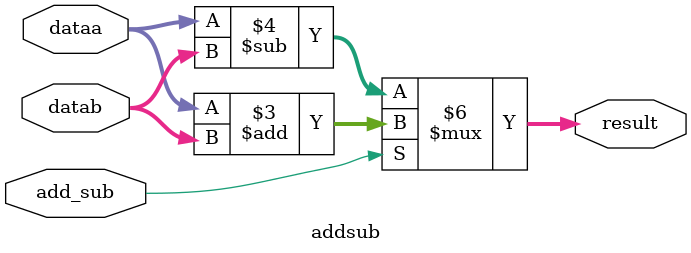
<source format=sv>
module addsub #(parameter dw=8)		 // dw = data width
(
  input        [dw-1:0] dataa,
  input        [dw-1:0] datab,
  input                 add_sub,	 // if this is 1, add; else subtract
  output logic [dw-1:0] result
);
always@(*) begin
  if (add_sub == 1) begin
   result = dataa + datab;
  end
else  result = dataa - datab;

end
// combinational logic, use blocking (=) assignment      
//add_sub       result
//1             dataa + datab;						
//0             dataa - datab;   

endmodule

</source>
